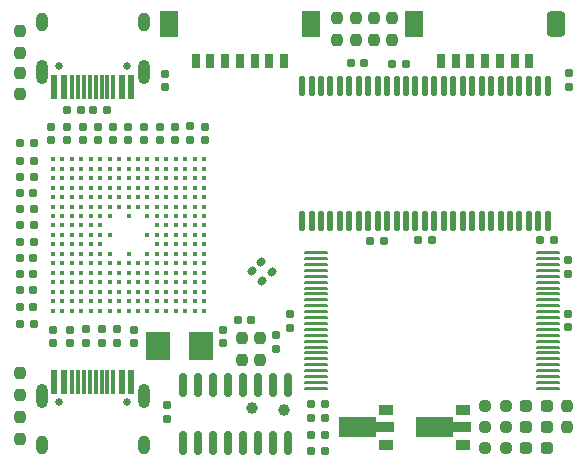
<source format=gts>
G04 #@! TF.GenerationSoftware,KiCad,Pcbnew,7.0.1-0*
G04 #@! TF.CreationDate,2023-04-29T19:14:42+08:00*
G04 #@! TF.ProjectId,slimarm_classic_2410,736c696d-6172-46d5-9f63-6c6173736963,rev?*
G04 #@! TF.SameCoordinates,Original*
G04 #@! TF.FileFunction,Soldermask,Top*
G04 #@! TF.FilePolarity,Negative*
%FSLAX46Y46*%
G04 Gerber Fmt 4.6, Leading zero omitted, Abs format (unit mm)*
G04 Created by KiCad (PCBNEW 7.0.1-0) date 2023-04-29 19:14:42*
%MOMM*%
%LPD*%
G01*
G04 APERTURE LIST*
G04 Aperture macros list*
%AMRoundRect*
0 Rectangle with rounded corners*
0 $1 Rounding radius*
0 $2 $3 $4 $5 $6 $7 $8 $9 X,Y pos of 4 corners*
0 Add a 4 corners polygon primitive as box body*
4,1,4,$2,$3,$4,$5,$6,$7,$8,$9,$2,$3,0*
0 Add four circle primitives for the rounded corners*
1,1,$1+$1,$2,$3*
1,1,$1+$1,$4,$5*
1,1,$1+$1,$6,$7*
1,1,$1+$1,$8,$9*
0 Add four rect primitives between the rounded corners*
20,1,$1+$1,$2,$3,$4,$5,0*
20,1,$1+$1,$4,$5,$6,$7,0*
20,1,$1+$1,$6,$7,$8,$9,0*
20,1,$1+$1,$8,$9,$2,$3,0*%
%AMFreePoly0*
4,1,9,3.862500,-0.866500,0.737500,-0.866500,0.737500,-0.450000,-0.737500,-0.450000,-0.737500,0.450000,0.737500,0.450000,0.737500,0.866500,3.862500,0.866500,3.862500,-0.866500,3.862500,-0.866500,$1*%
G04 Aperture macros list end*
%ADD10RoundRect,0.150000X0.150000X-0.825000X0.150000X0.825000X-0.150000X0.825000X-0.150000X-0.825000X0*%
%ADD11RoundRect,0.155000X-0.212500X-0.155000X0.212500X-0.155000X0.212500X0.155000X-0.212500X0.155000X0*%
%ADD12RoundRect,0.237500X-0.237500X0.250000X-0.237500X-0.250000X0.237500X-0.250000X0.237500X0.250000X0*%
%ADD13RoundRect,0.155000X-0.155000X0.212500X-0.155000X-0.212500X0.155000X-0.212500X0.155000X0.212500X0*%
%ADD14C,0.410000*%
%ADD15C,1.000000*%
%ADD16C,0.650000*%
%ADD17R,0.600000X2.000000*%
%ADD18R,0.300000X2.000000*%
%ADD19R,0.600000X1.450000*%
%ADD20O,1.000000X2.100000*%
%ADD21O,1.000000X1.600000*%
%ADD22RoundRect,0.237500X0.287500X0.237500X-0.287500X0.237500X-0.287500X-0.237500X0.287500X-0.237500X0*%
%ADD23RoundRect,0.155000X0.155000X-0.212500X0.155000X0.212500X-0.155000X0.212500X-0.155000X-0.212500X0*%
%ADD24RoundRect,0.155000X0.212500X0.155000X-0.212500X0.155000X-0.212500X-0.155000X0.212500X-0.155000X0*%
%ADD25R,0.711200X1.270000*%
%ADD26RoundRect,0.400050X0.400050X0.704850X-0.400050X0.704850X-0.400050X-0.704850X0.400050X-0.704850X0*%
%ADD27R,1.600200X2.209800*%
%ADD28R,1.300000X0.900000*%
%ADD29FreePoly0,180.000000*%
%ADD30RoundRect,0.237500X0.237500X-0.250000X0.237500X0.250000X-0.237500X0.250000X-0.237500X-0.250000X0*%
%ADD31RoundRect,0.155000X-0.040659X-0.259862X0.259862X0.040659X0.040659X0.259862X-0.259862X-0.040659X0*%
%ADD32RoundRect,0.160000X-0.197500X-0.160000X0.197500X-0.160000X0.197500X0.160000X-0.197500X0.160000X0*%
%ADD33RoundRect,0.127000X0.127000X-0.719900X0.127000X0.719900X-0.127000X0.719900X-0.127000X-0.719900X0*%
%ADD34RoundRect,0.063500X0.952500X0.063500X-0.952500X0.063500X-0.952500X-0.063500X0.952500X-0.063500X0*%
%ADD35RoundRect,0.160000X0.197500X0.160000X-0.197500X0.160000X-0.197500X-0.160000X0.197500X-0.160000X0*%
%ADD36R,2.000000X2.400000*%
%ADD37RoundRect,0.237500X-0.250000X-0.237500X0.250000X-0.237500X0.250000X0.237500X-0.250000X0.237500X0*%
G04 APERTURE END LIST*
D10*
G04 #@! TO.C,U1*
X36875000Y-45115000D03*
X38145000Y-45115000D03*
X39415000Y-45115000D03*
X40685000Y-45115000D03*
X41955000Y-45115000D03*
X43225000Y-45115000D03*
X44495000Y-45115000D03*
X45765000Y-45115000D03*
X45765000Y-40165000D03*
X44495000Y-40165000D03*
X43225000Y-40165000D03*
X41955000Y-40165000D03*
X40685000Y-40165000D03*
X39415000Y-40165000D03*
X38145000Y-40165000D03*
X36875000Y-40165000D03*
G04 #@! TD*
D11*
G04 #@! TO.C,C48*
X47722500Y-44460000D03*
X48857500Y-44460000D03*
G04 #@! TD*
D12*
G04 #@! TO.C,R7*
X23020000Y-39227500D03*
X23020000Y-41052500D03*
G04 #@! TD*
D13*
G04 #@! TO.C,C21*
X25710000Y-18342500D03*
X25710000Y-19477500D03*
G04 #@! TD*
G04 #@! TO.C,C40*
X30950000Y-18322500D03*
X30950000Y-19457500D03*
G04 #@! TD*
D11*
G04 #@! TO.C,C14*
X23072500Y-19720000D03*
X24207500Y-19720000D03*
G04 #@! TD*
D13*
G04 #@! TO.C,C35*
X31310000Y-35500000D03*
X31310000Y-36635000D03*
G04 #@! TD*
D11*
G04 #@! TO.C,C43*
X23085000Y-25340000D03*
X24220000Y-25340000D03*
G04 #@! TD*
D14*
G04 #@! TO.C,IC1*
X38650000Y-21100000D03*
X38650000Y-21900000D03*
X38650000Y-22700000D03*
X38650000Y-23500000D03*
X38650000Y-24300000D03*
X38650000Y-25100000D03*
X38650000Y-25900000D03*
X38650000Y-26700000D03*
X38650000Y-27500000D03*
X38650000Y-28300000D03*
X38650000Y-29100000D03*
X38650000Y-29900000D03*
X38650000Y-30700000D03*
X38650000Y-31500000D03*
X38650000Y-32300000D03*
X38650000Y-33100000D03*
X38650000Y-33900000D03*
X37850000Y-21100000D03*
X37850000Y-21900000D03*
X37850000Y-22700000D03*
X37850000Y-23500000D03*
X37850000Y-24300000D03*
X37850000Y-25100000D03*
X37850000Y-25900000D03*
X37850000Y-26700000D03*
X37850000Y-27500000D03*
X37850000Y-28300000D03*
X37850000Y-29100000D03*
X37850000Y-29900000D03*
X37850000Y-30700000D03*
X37850000Y-31500000D03*
X37850000Y-32300000D03*
X37850000Y-33100000D03*
X37850000Y-33900000D03*
X37050000Y-21100000D03*
X37050000Y-21900000D03*
X37050000Y-22700000D03*
X37050000Y-23500000D03*
X37050000Y-24300000D03*
X37050000Y-25100000D03*
X37050000Y-25900000D03*
X37050000Y-26700000D03*
X37050000Y-27500000D03*
X37050000Y-28300000D03*
X37050000Y-29100000D03*
X37050000Y-29900000D03*
X37050000Y-30700000D03*
X37050000Y-31500000D03*
X37050000Y-32300000D03*
X37050000Y-33100000D03*
X37050000Y-33900000D03*
X36250000Y-21100000D03*
X36250000Y-21900000D03*
X36250000Y-22700000D03*
X36250000Y-23500000D03*
X36250000Y-24300000D03*
X36250000Y-25100000D03*
X36250000Y-25900000D03*
X36250000Y-26700000D03*
X36250000Y-27500000D03*
X36250000Y-28300000D03*
X36250000Y-29100000D03*
X36250000Y-29900000D03*
X36250000Y-30700000D03*
X36250000Y-31500000D03*
X36250000Y-32300000D03*
X36250000Y-33100000D03*
X36250000Y-33900000D03*
X35450000Y-21100000D03*
X35450000Y-21900000D03*
X35450000Y-22700000D03*
X35450000Y-23500000D03*
X35450000Y-24300000D03*
X35450000Y-25100000D03*
X35450000Y-25900000D03*
X35450000Y-26700000D03*
X35450000Y-27500000D03*
X35450000Y-28300000D03*
X35450000Y-29100000D03*
X35450000Y-29900000D03*
X35450000Y-30700000D03*
X35450000Y-31500000D03*
X35450000Y-32300000D03*
X35450000Y-33100000D03*
X35450000Y-33900000D03*
X34650000Y-21100000D03*
X34650000Y-21900000D03*
X34650000Y-22700000D03*
X34650000Y-23500000D03*
X34650000Y-24300000D03*
X34650000Y-25100000D03*
X34650000Y-25900000D03*
X34650000Y-26700000D03*
X34650000Y-27500000D03*
X34650000Y-28300000D03*
X34650000Y-29100000D03*
X34650000Y-29900000D03*
X34650000Y-30700000D03*
X34650000Y-31500000D03*
X34650000Y-32300000D03*
X34650000Y-33100000D03*
X34650000Y-33900000D03*
X33850000Y-21100000D03*
X33850000Y-21900000D03*
X33850000Y-22700000D03*
X33850000Y-23500000D03*
X33850000Y-24300000D03*
X33850000Y-25100000D03*
X33850000Y-25900000D03*
X33850000Y-27500000D03*
X33850000Y-29100000D03*
X33850000Y-29900000D03*
X33850000Y-30700000D03*
X33850000Y-31500000D03*
X33850000Y-32300000D03*
X33850000Y-33100000D03*
X33850000Y-33900000D03*
X33050000Y-21100000D03*
X33050000Y-21900000D03*
X33050000Y-22700000D03*
X33050000Y-23500000D03*
X33050000Y-24300000D03*
X33050000Y-25100000D03*
X33050000Y-29900000D03*
X33050000Y-30700000D03*
X33050000Y-31500000D03*
X33050000Y-32300000D03*
X33050000Y-33100000D03*
X33050000Y-33900000D03*
X32250000Y-21100000D03*
X32250000Y-21900000D03*
X32250000Y-22700000D03*
X32250000Y-23500000D03*
X32250000Y-24300000D03*
X32250000Y-25100000D03*
X32250000Y-25900000D03*
X32250000Y-29100000D03*
X32250000Y-29900000D03*
X32250000Y-30700000D03*
X32250000Y-31500000D03*
X32250000Y-32300000D03*
X32250000Y-33100000D03*
X32250000Y-33900000D03*
X31450000Y-21100000D03*
X31450000Y-21900000D03*
X31450000Y-22700000D03*
X31450000Y-23500000D03*
X31450000Y-24300000D03*
X31450000Y-25100000D03*
X31450000Y-29900000D03*
X31450000Y-30700000D03*
X31450000Y-31500000D03*
X31450000Y-32300000D03*
X31450000Y-33100000D03*
X31450000Y-33900000D03*
X30650000Y-21100000D03*
X30650000Y-21900000D03*
X30650000Y-22700000D03*
X30650000Y-23500000D03*
X30650000Y-24300000D03*
X30650000Y-25100000D03*
X30650000Y-25900000D03*
X30650000Y-27500000D03*
X30650000Y-29100000D03*
X30650000Y-29900000D03*
X30650000Y-30700000D03*
X30650000Y-31500000D03*
X30650000Y-32300000D03*
X30650000Y-33100000D03*
X30650000Y-33900000D03*
X29850000Y-21100000D03*
X29850000Y-21900000D03*
X29850000Y-22700000D03*
X29850000Y-23500000D03*
X29850000Y-24300000D03*
X29850000Y-25100000D03*
X29850000Y-25900000D03*
X29850000Y-26700000D03*
X29850000Y-27500000D03*
X29850000Y-28300000D03*
X29850000Y-29100000D03*
X29850000Y-29900000D03*
X29850000Y-30700000D03*
X29850000Y-31500000D03*
X29850000Y-32300000D03*
X29850000Y-33100000D03*
X29850000Y-33900000D03*
X29050000Y-21100000D03*
X29050000Y-21900000D03*
X29050000Y-22700000D03*
X29050000Y-23500000D03*
X29050000Y-24300000D03*
X29050000Y-25100000D03*
X29050000Y-25900000D03*
X29050000Y-26700000D03*
X29050000Y-27500000D03*
X29050000Y-28300000D03*
X29050000Y-29100000D03*
X29050000Y-29900000D03*
X29050000Y-30700000D03*
X29050000Y-31500000D03*
X29050000Y-32300000D03*
X29050000Y-33100000D03*
X29050000Y-33900000D03*
X28250000Y-21100000D03*
X28250000Y-21900000D03*
X28250000Y-22700000D03*
X28250000Y-23500000D03*
X28250000Y-24300000D03*
X28250000Y-25100000D03*
X28250000Y-25900000D03*
X28250000Y-26700000D03*
X28250000Y-27500000D03*
X28250000Y-28300000D03*
X28250000Y-29100000D03*
X28250000Y-29900000D03*
X28250000Y-30700000D03*
X28250000Y-31500000D03*
X28250000Y-32300000D03*
X28250000Y-33100000D03*
X28250000Y-33900000D03*
X27450000Y-21100000D03*
X27450000Y-21900000D03*
X27450000Y-22700000D03*
X27450000Y-23500000D03*
X27450000Y-24300000D03*
X27450000Y-25100000D03*
X27450000Y-25900000D03*
X27450000Y-26700000D03*
X27450000Y-27500000D03*
X27450000Y-28300000D03*
X27450000Y-29100000D03*
X27450000Y-29900000D03*
X27450000Y-30700000D03*
X27450000Y-31500000D03*
X27450000Y-32300000D03*
X27450000Y-33100000D03*
X27450000Y-33900000D03*
X26650000Y-21100000D03*
X26650000Y-21900000D03*
X26650000Y-22700000D03*
X26650000Y-23500000D03*
X26650000Y-24300000D03*
X26650000Y-25100000D03*
X26650000Y-25900000D03*
X26650000Y-26700000D03*
X26650000Y-27500000D03*
X26650000Y-28300000D03*
X26650000Y-29100000D03*
X26650000Y-29900000D03*
X26650000Y-30700000D03*
X26650000Y-31500000D03*
X26650000Y-32300000D03*
X26650000Y-33100000D03*
X26650000Y-33900000D03*
X25850000Y-21100000D03*
X25850000Y-21900000D03*
X25850000Y-22700000D03*
X25850000Y-23500000D03*
X25850000Y-24300000D03*
X25850000Y-25100000D03*
X25850000Y-25900000D03*
X25850000Y-26700000D03*
X25850000Y-27500000D03*
X25850000Y-28300000D03*
X25850000Y-29100000D03*
X25850000Y-29900000D03*
X25850000Y-30700000D03*
X25850000Y-31500000D03*
X25850000Y-32300000D03*
X25850000Y-33100000D03*
X25850000Y-33900000D03*
G04 #@! TD*
D15*
G04 #@! TO.C,RXD*
X42660000Y-42150000D03*
G04 #@! TD*
D16*
G04 #@! TO.C,J1*
X32100000Y-13163500D03*
X26320000Y-13163500D03*
D17*
X32460000Y-14963500D03*
X31660000Y-14963500D03*
D18*
X30460000Y-14963500D03*
X29460000Y-14963500D03*
X28960000Y-14963500D03*
X27960000Y-14963500D03*
D17*
X26760000Y-14963500D03*
X25960000Y-14963500D03*
X25960000Y-14963500D03*
D19*
X26760000Y-14963500D03*
D18*
X27460000Y-14963500D03*
X28460000Y-14963500D03*
X29960000Y-14963500D03*
X30960000Y-14963500D03*
D19*
X31660000Y-14963500D03*
X32460000Y-15063500D03*
D20*
X33530000Y-13693500D03*
D21*
X33530000Y-9513500D03*
D20*
X24890000Y-13693500D03*
D21*
X24890000Y-9513500D03*
G04 #@! TD*
D22*
G04 #@! TO.C,D2*
X67645000Y-41962000D03*
X65895000Y-41962000D03*
G04 #@! TD*
D13*
G04 #@! TO.C,C18*
X38720000Y-18322500D03*
X38720000Y-19457500D03*
G04 #@! TD*
D23*
G04 #@! TO.C,C28*
X25880000Y-36647500D03*
X25880000Y-35512500D03*
G04 #@! TD*
D24*
G04 #@! TO.C,C26*
X57917500Y-27900000D03*
X56782500Y-27900000D03*
G04 #@! TD*
D25*
G04 #@! TO.C,J2*
X58685200Y-12733000D03*
X59935200Y-12733000D03*
X61185200Y-12733000D03*
X62435200Y-12733000D03*
X63685200Y-12733000D03*
X64935200Y-12733000D03*
X66185200Y-12733000D03*
D26*
X68432300Y-9659000D03*
D27*
X56438100Y-9659000D03*
G04 #@! TD*
D23*
G04 #@! TO.C,C30*
X27250000Y-36647500D03*
X27250000Y-35512500D03*
G04 #@! TD*
D13*
G04 #@! TO.C,C11*
X69480000Y-29632500D03*
X69480000Y-30767500D03*
G04 #@! TD*
G04 #@! TO.C,C25*
X69470000Y-34182500D03*
X69470000Y-35317500D03*
G04 #@! TD*
D28*
G04 #@! TO.C,U6*
X54030000Y-45290000D03*
D29*
X53942500Y-43790000D03*
D28*
X54030000Y-42290000D03*
G04 #@! TD*
D11*
G04 #@! TO.C,C15*
X54572500Y-13050000D03*
X55707500Y-13050000D03*
G04 #@! TD*
D13*
G04 #@! TO.C,C41*
X36170000Y-18332500D03*
X36170000Y-19467500D03*
G04 #@! TD*
D24*
G04 #@! TO.C,C24*
X53857500Y-27980000D03*
X52722500Y-27980000D03*
G04 #@! TD*
D11*
G04 #@! TO.C,C45*
X23092500Y-21200000D03*
X24227500Y-21200000D03*
G04 #@! TD*
D12*
G04 #@! TO.C,R14*
X53000000Y-9150000D03*
X53000000Y-10975000D03*
G04 #@! TD*
D23*
G04 #@! TO.C,C12*
X40220000Y-36657500D03*
X40220000Y-35522500D03*
G04 #@! TD*
D30*
G04 #@! TO.C,R9*
X23050000Y-15602500D03*
X23050000Y-13777500D03*
G04 #@! TD*
D11*
G04 #@! TO.C,C38*
X23055000Y-30794000D03*
X24190000Y-30794000D03*
G04 #@! TD*
D22*
G04 #@! TO.C,D3*
X67670000Y-45518000D03*
X65920000Y-45518000D03*
G04 #@! TD*
D13*
G04 #@! TO.C,C22*
X34870000Y-18322500D03*
X34870000Y-19457500D03*
G04 #@! TD*
D25*
G04 #@! TO.C,J3*
X37922200Y-12733000D03*
X39172200Y-12733000D03*
X40422200Y-12733000D03*
X41672200Y-12733000D03*
X42922200Y-12733000D03*
X44172200Y-12733000D03*
X45422200Y-12733000D03*
D27*
X47669300Y-9659000D03*
X35675100Y-9659000D03*
G04 #@! TD*
D13*
G04 #@! TO.C,C39*
X32230000Y-18322500D03*
X32230000Y-19457500D03*
G04 #@! TD*
D11*
G04 #@! TO.C,C50*
X47712500Y-43040000D03*
X48847500Y-43040000D03*
G04 #@! TD*
G04 #@! TO.C,C17*
X47732500Y-45800000D03*
X48867500Y-45800000D03*
G04 #@! TD*
D12*
G04 #@! TO.C,R8*
X23050000Y-10237500D03*
X23050000Y-12062500D03*
G04 #@! TD*
G04 #@! TO.C,R13*
X69332500Y-41945500D03*
X69332500Y-43770500D03*
G04 #@! TD*
D31*
G04 #@! TO.C,C3*
X42688717Y-30561283D03*
X43491283Y-29758717D03*
G04 #@! TD*
D32*
G04 #@! TO.C,R11*
X29232500Y-16920000D03*
X30427500Y-16920000D03*
G04 #@! TD*
D24*
G04 #@! TO.C,C32*
X52197500Y-12960000D03*
X51062500Y-12960000D03*
G04 #@! TD*
D33*
G04 #@! TO.C,U4*
X46937200Y-26351950D03*
X47737300Y-26351950D03*
X48537400Y-26351950D03*
X49337500Y-26351950D03*
X50137600Y-26351950D03*
X50937700Y-26351950D03*
X51737800Y-26351950D03*
X52537900Y-26351950D03*
X53338000Y-26351950D03*
X54138100Y-26351950D03*
X54938200Y-26351950D03*
X55738300Y-26351950D03*
X56538400Y-26351950D03*
X57338500Y-26351950D03*
X58138600Y-26351950D03*
X58938700Y-26351950D03*
X59738800Y-26351950D03*
X60538900Y-26351950D03*
X61339000Y-26351950D03*
X62139100Y-26351950D03*
X62939200Y-26351950D03*
X63739300Y-26351950D03*
X64539400Y-26351950D03*
X65339500Y-26351950D03*
X66139600Y-26351950D03*
X66939700Y-26351950D03*
X67739800Y-26351950D03*
X67739800Y-14871150D03*
X66939700Y-14871150D03*
X66139600Y-14871150D03*
X65339500Y-14871150D03*
X64539400Y-14871150D03*
X63739300Y-14871150D03*
X62939200Y-14871150D03*
X62139100Y-14871150D03*
X61339000Y-14871150D03*
X60538900Y-14871150D03*
X59738800Y-14871150D03*
X58938700Y-14871150D03*
X58138600Y-14871150D03*
X57338500Y-14871150D03*
X56538400Y-14871150D03*
X55738300Y-14871150D03*
X54938200Y-14871150D03*
X54138100Y-14871150D03*
X53338000Y-14871150D03*
X52537900Y-14871150D03*
X51737800Y-14871150D03*
X50937700Y-14871150D03*
X50137600Y-14871150D03*
X49337500Y-14871150D03*
X48537400Y-14871150D03*
X47737300Y-14871150D03*
X46937200Y-14871150D03*
G04 #@! TD*
D11*
G04 #@! TO.C,C37*
X23075000Y-26660000D03*
X24210000Y-26660000D03*
G04 #@! TD*
D23*
G04 #@! TO.C,C8*
X35360000Y-15017500D03*
X35360000Y-13882500D03*
G04 #@! TD*
D24*
G04 #@! TO.C,C29*
X42607500Y-34670000D03*
X41472500Y-34670000D03*
G04 #@! TD*
D34*
G04 #@! TO.C,U5*
X67748150Y-40537499D03*
X67748150Y-40037500D03*
X67748150Y-39537501D03*
X67748150Y-39037499D03*
X67748150Y-38537500D03*
X67748150Y-38037501D03*
X67748150Y-37537500D03*
X67748150Y-37037501D03*
X67748150Y-36537499D03*
X67748150Y-36037500D03*
X67748150Y-35537501D03*
X67748150Y-35037500D03*
X67748150Y-34537500D03*
X67748150Y-34037499D03*
X67748150Y-33537500D03*
X67748150Y-33037501D03*
X67748150Y-32537499D03*
X67748150Y-32037500D03*
X67748150Y-31537499D03*
X67748150Y-31037500D03*
X67748150Y-30537501D03*
X67748150Y-30037499D03*
X67748150Y-29537500D03*
X67748150Y-29037499D03*
X48075850Y-29037501D03*
X48075850Y-29537500D03*
X48075850Y-30037499D03*
X48075850Y-30537501D03*
X48075850Y-31037500D03*
X48075850Y-31537501D03*
X48075850Y-32037500D03*
X48075850Y-32537499D03*
X48075850Y-33037501D03*
X48075850Y-33537500D03*
X48075850Y-34037502D03*
X48075850Y-34537500D03*
X48075850Y-35037500D03*
X48075850Y-35537501D03*
X48075850Y-36037500D03*
X48075850Y-36537499D03*
X48075850Y-37037501D03*
X48075850Y-37537500D03*
X48075850Y-38037501D03*
X48075850Y-38537500D03*
X48075850Y-39037499D03*
X48075850Y-39537501D03*
X48075850Y-40037500D03*
X48075850Y-40537501D03*
G04 #@! TD*
D13*
G04 #@! TO.C,C51*
X44702000Y-36002500D03*
X44702000Y-37137500D03*
G04 #@! TD*
D11*
G04 #@! TO.C,C42*
X23062500Y-33570000D03*
X24197500Y-33570000D03*
G04 #@! TD*
D13*
G04 #@! TO.C,C46*
X29670000Y-18332500D03*
X29670000Y-19467500D03*
G04 #@! TD*
D15*
G04 #@! TO.C,TXD*
X45430000Y-42310000D03*
G04 #@! TD*
D12*
G04 #@! TO.C,R15*
X54530000Y-9157500D03*
X54530000Y-10982500D03*
G04 #@! TD*
D11*
G04 #@! TO.C,C31*
X23062500Y-32170000D03*
X24197500Y-32170000D03*
G04 #@! TD*
D13*
G04 #@! TO.C,C19*
X27040000Y-18332500D03*
X27040000Y-19467500D03*
G04 #@! TD*
G04 #@! TO.C,C2*
X28650000Y-35502500D03*
X28650000Y-36637500D03*
G04 #@! TD*
G04 #@! TO.C,C13*
X45920000Y-34222500D03*
X45920000Y-35357500D03*
G04 #@! TD*
D12*
G04 #@! TO.C,R2*
X43376000Y-36240000D03*
X43376000Y-38065000D03*
G04 #@! TD*
D23*
G04 #@! TO.C,C7*
X69530000Y-14937500D03*
X69530000Y-13802500D03*
G04 #@! TD*
D11*
G04 #@! TO.C,C33*
X23092500Y-22590000D03*
X24227500Y-22590000D03*
G04 #@! TD*
D22*
G04 #@! TO.C,D1*
X67670000Y-43740000D03*
X65920000Y-43740000D03*
G04 #@! TD*
D35*
G04 #@! TO.C,R10*
X28222500Y-16910000D03*
X27027500Y-16910000D03*
G04 #@! TD*
D13*
G04 #@! TO.C,C47*
X28380000Y-18322500D03*
X28380000Y-19457500D03*
G04 #@! TD*
G04 #@! TO.C,C23*
X33540000Y-18322500D03*
X33540000Y-19457500D03*
G04 #@! TD*
G04 #@! TO.C,C1*
X30000000Y-35502500D03*
X30000000Y-36637500D03*
G04 #@! TD*
D36*
G04 #@! TO.C,Y1*
X34700000Y-36890000D03*
X38400000Y-36890000D03*
G04 #@! TD*
D11*
G04 #@! TO.C,C27*
X67092500Y-27950000D03*
X68227500Y-27950000D03*
G04 #@! TD*
D30*
G04 #@! TO.C,R1*
X41852000Y-38065000D03*
X41852000Y-36240000D03*
G04 #@! TD*
D31*
G04 #@! TO.C,C5*
X43568717Y-31401283D03*
X44371283Y-30598717D03*
G04 #@! TD*
D11*
G04 #@! TO.C,C49*
X47732500Y-41780000D03*
X48867500Y-41780000D03*
G04 #@! TD*
D23*
G04 #@! TO.C,C6*
X32700000Y-36647500D03*
X32700000Y-35512500D03*
G04 #@! TD*
D28*
G04 #@! TO.C,U7*
X60590000Y-45300000D03*
D29*
X60502500Y-43800000D03*
D28*
X60590000Y-42300000D03*
G04 #@! TD*
D16*
G04 #@! TO.C,J4*
X26320000Y-41674250D03*
X32100000Y-41674250D03*
D19*
X25960000Y-40229250D03*
X26760000Y-40229250D03*
D18*
X27960000Y-39926750D03*
X28960000Y-39926750D03*
X29460000Y-39926750D03*
X30460000Y-39926750D03*
D19*
X31660000Y-40229250D03*
X32460000Y-40229250D03*
D17*
X32460000Y-39926750D03*
X31660000Y-39926750D03*
D18*
X30960000Y-39926750D03*
X29960000Y-39926750D03*
X28460000Y-39926750D03*
X27460000Y-39926750D03*
D17*
X26760000Y-39926750D03*
X25960000Y-39926750D03*
D20*
X24890000Y-41144250D03*
D21*
X24890000Y-45324250D03*
D20*
X33530000Y-41144250D03*
D21*
X33530000Y-45324250D03*
G04 #@! TD*
D37*
G04 #@! TO.C,R5*
X62407500Y-42012000D03*
X64232500Y-42012000D03*
G04 #@! TD*
D23*
G04 #@! TO.C,C16*
X35490000Y-43067500D03*
X35490000Y-41932500D03*
G04 #@! TD*
D13*
G04 #@! TO.C,C34*
X37490000Y-18312500D03*
X37490000Y-19447500D03*
G04 #@! TD*
D12*
G04 #@! TO.C,R17*
X49900000Y-9137500D03*
X49900000Y-10962500D03*
G04 #@! TD*
D37*
G04 #@! TO.C,R6*
X62407500Y-45512000D03*
X64232500Y-45512000D03*
G04 #@! TD*
D11*
G04 #@! TO.C,C20*
X23035000Y-29440000D03*
X24170000Y-29440000D03*
G04 #@! TD*
G04 #@! TO.C,C36*
X23092500Y-35010000D03*
X24227500Y-35010000D03*
G04 #@! TD*
G04 #@! TO.C,C4*
X23065000Y-28080000D03*
X24200000Y-28080000D03*
G04 #@! TD*
G04 #@! TO.C,C44*
X23062500Y-23990000D03*
X24197500Y-23990000D03*
G04 #@! TD*
D37*
G04 #@! TO.C,R4*
X62414500Y-43740000D03*
X64239500Y-43740000D03*
G04 #@! TD*
D12*
G04 #@! TO.C,R16*
X51470000Y-9137500D03*
X51470000Y-10962500D03*
G04 #@! TD*
D30*
G04 #@! TO.C,R12*
X23020000Y-44772500D03*
X23020000Y-42947500D03*
G04 #@! TD*
M02*

</source>
